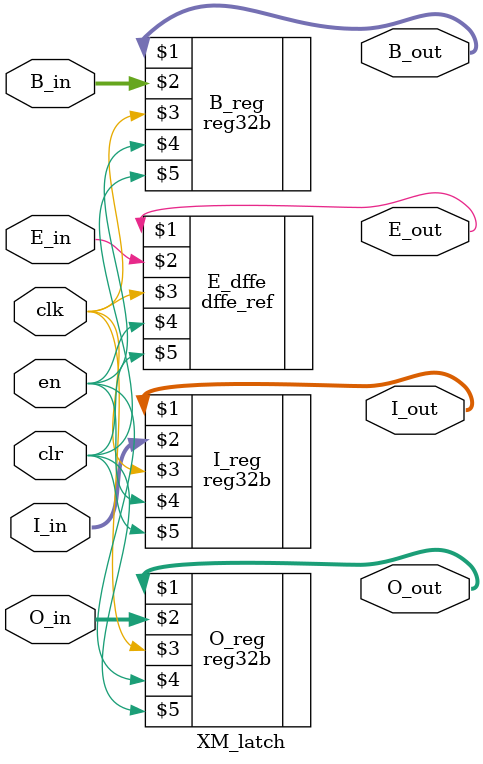
<source format=v>
module XM_latch(O_out, B_out, I_out, E_out,
                O_in, B_in, I_in, E_in,
                clk, en, clr);
    input [31:0] O_in, B_in, I_in;
    input E_in, clk, en, clr;

    output [31:0] O_out, B_out, I_out;
    output E_out;

    // 32-bit register for ALU output
    reg32b O_reg(O_out, O_in, clk, en, clr);

    // 32-bit register for B operand
    reg32b B_reg(B_out, B_in, clk, en, clr);

    // 32-bit register for current instruction
    reg32b I_reg(I_out, I_in, clk, en, clr);

    // dffe for exception info
    dffe_ref E_dffe(E_out, E_in, clk, en, clr);

endmodule
</source>
